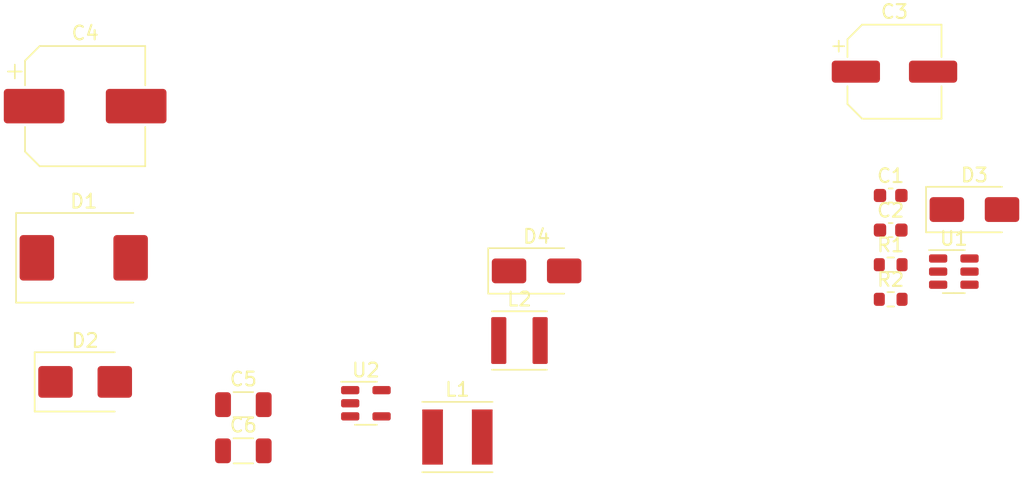
<source format=kicad_pcb>
(kicad_pcb (version 20221018) (generator pcbnew)
  (layers (0 "F.Cu" signal) (31 "B.Cu" signal) (34 "B.Paste" user) (35 "F.Paste" user) (36 "B.SilkS" user "B.Silkscreen") (37 "F.SilkS" user "F.Silkscreen") (38 "B.Mask" user) (39 "F.Mask" user) (44 "Edge.Cuts" user))
  (net 0 "")
  (net 1 "Net-(U1-SW)")
  (net 2 "Net-(U1-BST)")
  (net 3 "+3.3V")
  (net 4 "Net-(U1-FB)")
  (net 5 "GND")
  (net 6 "+12V")
  (net 7 "+30V")
  (net 8 "Net-(D1-A)")
  (net 9 "Net-(D4-A)")
  (net 10 "Net-(U2-FB)")
  (net 11 "+5V")
  (footprint "Diode_SMD:D_SMB" (layer "F.Cu") (at 46 60)
    (fp_text reference "D2" (at 0 -3) (layer "F.SilkS"))
    (fp_text value "SMBJ12A")
    (fp_line (start -3.66 -2.15) (end -3.66 2.15) (stroke (width 0.12)) (layer "F.SilkS"))
    (fp_line (start -3.66 -2.15) (end 2.15 -2.15) (stroke (width 0.12)) (layer "F.SilkS"))
    (fp_line (start -3.66 2.15) (end 2.15 2.15) (stroke (width 0.12)) (layer "F.SilkS"))
    (pad "1" smd roundrect (at -2.15 0) (size 2.5 2.3) (layers "F.Cu" "F.Paste" "F.Mask") (roundrect_rratio 0.1086956522) (net 6 "+12V"))
    (pad "2" smd roundrect (at 2.15 0) (size 2.5 2.3) (layers "F.Cu" "F.Paste" "F.Mask") (roundrect_rratio 0.1086956522) (net 5 "GND"))
  )
  (footprint "Package_TO_SOT_SMD:TSOT-23-6" (layer "F.Cu") (at 109.005 52)
    (fp_text reference "U1" (at 0 -2.4) (layer "F.SilkS"))
    (fp_text value "AP63200WU")
    (fp_line (start 0 -1.56) (end -1.8 -1.56) (stroke (width 0.12)) (layer "F.SilkS"))
    (fp_line (start 0 -1.56) (end 0.8 -1.56) (stroke (width 0.12)) (layer "F.SilkS"))
    (fp_line (start 0 1.56) (end -0.8 1.56) (stroke (width 0.12)) (layer "F.SilkS"))
    (fp_line (start 0 1.56) (end 0.8 1.56) (stroke (width 0.12)) (layer "F.SilkS"))
    (pad "1" smd roundrect (at -1.1375 -0.95) (size 1.325 0.6) (layers "F.Cu" "F.Paste" "F.Mask") (net 4 "Net-(U1-FB)"))
    (pad "2" smd roundrect (at -1.1375 0) (size 1.325 0.6) (layers "F.Cu" "F.Paste" "F.Mask") (net 6 "+12V"))
    (pad "3" smd roundrect (at -1.1375 0.95) (size 1.325 0.6) (layers "F.Cu" "F.Paste" "F.Mask") (net 6 "+12V"))
    (pad "4" smd roundrect (at 1.1375 0.95) (size 1.325 0.6) (layers "F.Cu" "F.Paste" "F.Mask") (net 5 "GND"))
    (pad "5" smd roundrect (at 1.1375 0) (size 1.325 0.6) (layers "F.Cu" "F.Paste" "F.Mask") (net 1 "Net-(U1-SW)"))
    (pad "6" smd roundrect (at 1.1375 -0.95) (size 1.325 0.6) (layers "F.Cu" "F.Paste" "F.Mask") (net 2 "Net-(U1-BST)"))
  )
  (footprint "Resistor_SMD:R_0603_1608Metric" (layer "F.Cu") (at 104.425 51.5)
    (fp_text reference "R1" (at 0 -1.43) (layer "F.SilkS"))
    (fp_text value "220k")
    (fp_line (start -0.237258 -0.5225) (end 0.237258 -0.5225) (stroke (width 0.12)) (layer "F.SilkS"))
    (fp_line (start -0.237258 0.5225) (end 0.237258 0.5225) (stroke (width 0.12)) (layer "F.SilkS"))
    (pad "1" smd roundrect (at -0.825 0) (size 0.8 0.95) (layers "F.Cu" "F.Paste" "F.Mask") (net 3 "+3.3V"))
    (pad "2" smd roundrect (at 0.825 0) (size 0.8 0.95) (layers "F.Cu" "F.Paste" "F.Mask") (net 4 "Net-(U1-FB)"))
  )
  (footprint "Diode_SMD:D_SMA" (layer "F.Cu") (at 78.745 51.95)
    (fp_text reference "D4" (at 0 -2.5) (layer "F.SilkS"))
    (fp_text value "SS36")
    (fp_line (start -3.51 -1.65) (end -3.51 1.65) (stroke (width 0.12)) (layer "F.SilkS"))
    (fp_line (start -3.51 -1.65) (end 2 -1.65) (stroke (width 0.12)) (layer "F.SilkS"))
    (fp_line (start -3.51 1.65) (end 2 1.65) (stroke (width 0.12)) (layer "F.SilkS"))
    (pad "1" smd roundrect (at -2 0) (size 2.5 1.8) (layers "F.Cu" "F.Paste" "F.Mask") (roundrect_rratio 0.1388888889) (net 7 "+30V"))
    (pad "2" smd roundrect (at 2 0) (size 2.5 1.8) (layers "F.Cu" "F.Paste" "F.Mask") (roundrect_rratio 0.1388888889) (net 9 "Net-(D4-A)"))
  )
  (footprint "Capacitor_SMD:C_0603_1608Metric" (layer "F.Cu") (at 104.425 48.99)
    (fp_text reference "C2" (at 0 -1.43) (layer "F.SilkS"))
    (fp_text value "100pF")
    (fp_line (start -0.14058 -0.51) (end 0.14058 -0.51) (stroke (width 0.12)) (layer "F.SilkS"))
    (fp_line (start -0.14058 0.51) (end 0.14058 0.51) (stroke (width 0.12)) (layer "F.SilkS"))
    (pad "1" smd roundrect (at -0.775 0) (size 0.9 0.95) (layers "F.Cu" "F.Paste" "F.Mask") (net 3 "+3.3V"))
    (pad "2" smd roundrect (at 0.775 0) (size 0.9 0.95) (layers "F.Cu" "F.Paste" "F.Mask") (net 4 "Net-(U1-FB)"))
  )
  (footprint "Capacitor_SMD:CP_Elec_8x10.5" (layer "F.Cu") (at 46 40)
    (fp_text reference "C4" (at 0 -5.3) (layer "F.SilkS"))
    (fp_text value "330uF 25V")
    (fp_line (start -5.6 -2.51) (end -4.6 -2.51) (stroke (width 0.12)) (layer "F.SilkS"))
    (fp_line (start -5.1 -3.01) (end -5.1 -2.01) (stroke (width 0.12)) (layer "F.SilkS"))
    (fp_line (start -4.36 -3.295563) (end -4.36 -1.51) (stroke (width 0.12)) (layer "F.SilkS"))
    (fp_line (start -4.36 -3.295563) (end -3.295563 -4.36) (stroke (width 0.12)) (layer "F.SilkS"))
    (fp_line (start -4.36 3.295563) (end -4.36 1.51) (stroke (width 0.12)) (layer "F.SilkS"))
    (fp_line (start -4.36 3.295563) (end -3.295563 4.36) (stroke (width 0.12)) (layer "F.SilkS"))
    (fp_line (start -3.295563 -4.36) (end 4.36 -4.36) (stroke (width 0.12)) (layer "F.SilkS"))
    (fp_line (start -3.295563 4.36) (end 4.36 4.36) (stroke (width 0.12)) (layer "F.SilkS"))
    (fp_line (start 4.36 -4.36) (end 4.36 -1.51) (stroke (width 0.12)) (layer "F.SilkS"))
    (fp_line (start 4.36 4.36) (end 4.36 1.51) (stroke (width 0.12)) (layer "F.SilkS"))
    (pad "1" smd roundrect (at -3.7 0) (size 4.4 2.5) (layers "F.Cu" "F.Paste" "F.Mask") (roundrect_rratio 0.1) (net 6 "+12V"))
    (pad "2" smd roundrect (at 3.7 0) (size 4.4 2.5) (layers "F.Cu" "F.Paste" "F.Mask") (roundrect_rratio 0.1) (net 5 "GND"))
  )
  (footprint "Inductor_SMD:L_Taiyo-Yuden_NR-50xx" (layer "F.Cu") (at 73 64)
    (fp_text reference "L1" (at 0 -3.45) (layer "F.SilkS"))
    (fp_text value "10uH 2A")
    (fp_line (start -2.55 -2.55) (end 2.55 -2.55) (stroke (width 0.12)) (layer "F.SilkS"))
    (fp_line (start -2.55 2.55) (end 2.55 2.55) (stroke (width 0.12)) (layer "F.SilkS"))
    (pad "1" smd rect (at -1.8 0) (size 1.5 4) (layers "F.Cu" "F.Paste" "F.Mask") (net 1 "Net-(U1-SW)"))
    (pad "2" smd rect (at 1.8 0) (size 1.5 4) (layers "F.Cu" "F.Paste" "F.Mask") (net 3 "+3.3V"))
  )
  (footprint "Capacitor_SMD:C_1206_3216Metric" (layer "F.Cu") (at 57.475 61.65)
    (fp_text reference "C5" (at 0 -1.85) (layer "F.SilkS"))
    (fp_text value "10uF 50V")
    (fp_line (start -0.711252 -0.91) (end 0.711252 -0.91) (stroke (width 0.12)) (layer "F.SilkS"))
    (fp_line (start -0.711252 0.91) (end 0.711252 0.91) (stroke (width 0.12)) (layer "F.SilkS"))
    (pad "1" smd roundrect (at -1.475 0) (size 1.15 1.8) (layers "F.Cu" "F.Paste" "F.Mask") (roundrect_rratio 0.217391) (net 5 "GND"))
    (pad "2" smd roundrect (at 1.475 0) (size 1.15 1.8) (layers "F.Cu" "F.Paste" "F.Mask") (roundrect_rratio 0.217391) (net 6 "+12V"))
  )
  (footprint "Capacitor_SMD:CP_Elec_6.3x5.4" (layer "F.Cu") (at 104.7 37.5)
    (fp_text reference "C3" (at 0 -4.35) (layer "F.SilkS"))
    (fp_text value "47uF 35V")
    (fp_line (start -4.4375 -1.8475) (end -3.65 -1.8475) (stroke (width 0.12)) (layer "F.SilkS"))
    (fp_line (start -4.04375 -2.24125) (end -4.04375 -1.45375) (stroke (width 0.12)) (layer "F.SilkS"))
    (fp_line (start -3.41 -2.345563) (end -3.41 -1.06) (stroke (width 0.12)) (layer "F.SilkS"))
    (fp_line (start -3.41 -2.345563) (end -2.345563 -3.41) (stroke (width 0.12)) (layer "F.SilkS"))
    (fp_line (start -3.41 2.345563) (end -3.41 1.06) (stroke (width 0.12)) (layer "F.SilkS"))
    (fp_line (start -3.41 2.345563) (end -2.345563 3.41) (stroke (width 0.12)) (layer "F.SilkS"))
    (fp_line (start -2.345563 -3.41) (end 3.41 -3.41) (stroke (width 0.12)) (layer "F.SilkS"))
    (fp_line (start -2.345563 3.41) (end 3.41 3.41) (stroke (width 0.12)) (layer "F.SilkS"))
    (fp_line (start 3.41 -3.41) (end 3.41 -1.06) (stroke (width 0.12)) (layer "F.SilkS"))
    (fp_line (start 3.41 3.41) (end 3.41 1.06) (stroke (width 0.12)) (layer "F.SilkS"))
    (pad "1" smd roundrect (at -2.8 0) (size 3.5 1.6) (layers "F.Cu" "F.Paste" "F.Mask") (roundrect_rratio 0.15625) (net 3 "+3.3V"))
    (pad "2" smd roundrect (at 2.8 0) (size 3.5 1.6) (layers "F.Cu" "F.Paste" "F.Mask") (roundrect_rratio 0.15625) (net 5 "GND"))
  )
  (footprint "Capacitor_SMD:C_1206_3216Metric" (layer "F.Cu") (at 57.475 65)
    (fp_text reference "C6" (at 0 -1.85) (layer "F.SilkS"))
    (fp_text value "10uF 50V")
    (fp_line (start -0.711252 -0.91) (end 0.711252 -0.91) (stroke (width 0.12)) (layer "F.SilkS"))
    (fp_line (start -0.711252 0.91) (end 0.711252 0.91) (stroke (width 0.12)) (layer "F.SilkS"))
    (pad "1" smd roundrect (at -1.475 0) (size 1.15 1.8) (layers "F.Cu" "F.Paste" "F.Mask") (roundrect_rratio 0.217391) (net 5 "GND"))
    (pad "2" smd roundrect (at 1.475 0) (size 1.15 1.8) (layers "F.Cu" "F.Paste" "F.Mask") (roundrect_rratio 0.217391) (net 7 "+30V"))
  )
  (footprint "Package_TO_SOT_SMD:SOT-23-5" (layer "F.Cu") (at 66.3625 61.55)
    (fp_text reference "U2" (at 0 -2.4) (layer "F.SilkS"))
    (fp_text value "LGS6302")
    (fp_line (start 0 -1.56) (end -1.8 -1.56) (stroke (width 0.12)) (layer "F.SilkS"))
    (fp_line (start 0 -1.56) (end 0.8 -1.56) (stroke (width 0.12)) (layer "F.SilkS"))
    (fp_line (start 0 1.56) (end -0.8 1.56) (stroke (width 0.12)) (layer "F.SilkS"))
    (fp_line (start 0 1.56) (end 0.8 1.56) (stroke (width 0.12)) (layer "F.SilkS"))
    (pad "1" smd roundrect (at -1.1375 -0.95) (size 1.325 0.6) (layers "F.Cu" "F.Paste" "F.Mask") (net 9 "Net-(D4-A)"))
    (pad "2" smd roundrect (at -1.1375 0) (size 1.325 0.6) (layers "F.Cu" "F.Paste" "F.Mask") (net 5 "GND"))
    (pad "3" smd roundrect (at -1.1375 0.95) (size 1.325 0.6) (layers "F.Cu" "F.Paste" "F.Mask") (net 10 "Net-(U2-FB)"))
    (pad "4" smd roundrect (at 1.1375 0.95) (size 1.325 0.6) (layers "F.Cu" "F.Paste" "F.Mask") (net 11 "+5V"))
    (pad "5" smd roundrect (at 1.1375 -0.95) (size 1.325 0.6) (layers "F.Cu" "F.Paste" "F.Mask") (net 6 "+12V"))
  )
  (footprint "Resistor_SMD:R_0603_1608Metric" (layer "F.Cu") (at 104.425 54.01)
    (fp_text reference "R2" (at 0 -1.43) (layer "F.SilkS"))
    (fp_text value "68k")
    (fp_line (start -0.237258 -0.5225) (end 0.237258 -0.5225) (stroke (width 0.12)) (layer "F.SilkS"))
    (fp_line (start -0.237258 0.5225) (end 0.237258 0.5225) (stroke (width 0.12)) (layer "F.SilkS"))
    (pad "1" smd roundrect (at -0.825 0) (size 0.8 0.95) (layers "F.Cu" "F.Paste" "F.Mask") (net 4 "Net-(U1-FB)"))
    (pad "2" smd roundrect (at 0.825 0) (size 0.8 0.95) (layers "F.Cu" "F.Paste" "F.Mask") (net 5 "GND"))
  )
  (footprint "Inductor_SMD:L_Abracon_ASPI-4030S" (layer "F.Cu") (at 77.5 57)
    (fp_text reference "L2" (at 0 -3) (layer "F.SilkS"))
    (fp_text value "4.7uH 2A")
    (fp_line (start -1.99 -2.12) (end 1.99 -2.12) (stroke (width 0.12)) (layer "F.SilkS"))
    (fp_line (start -1.99 2.12) (end 1.99 2.12) (stroke (width 0.12)) (layer "F.SilkS"))
    (pad "1" smd roundrect (at -1.5 0) (size 1.1 3.4) (layers "F.Cu" "F.Paste" "F.Mask") (roundrect_rratio 0.1) (net 6 "+12V"))
    (pad "2" smd roundrect (at 1.5 0) (size 1.1 3.4) (layers "F.Cu" "F.Paste" "F.Mask") (roundrect_rratio 0.1) (net 9 "Net-(D4-A)"))
  )
  (footprint "Diode_SMD:D_SMC" (layer "F.Cu") (at 45.9 51)
    (fp_text reference "D1" (at 0 -4.1) (layer "F.SilkS"))
    (fp_text value "SS84C")
    (fp_line (start -4.91 -3.25) (end 3.6 -3.25) (stroke (width 0.12)) (layer "F.SilkS"))
    (fp_line (start -4.91 3.25) (end -4.91 -3.25) (stroke (width 0.12)) (layer "F.SilkS"))
    (fp_line (start -4.91 3.25) (end 3.6 3.25) (stroke (width 0.12)) (layer "F.SilkS"))
    (pad "1" smd roundrect (at -3.4 0 90) (size 3.3 2.5) (layers "F.Cu" "F.Paste" "F.Mask") (roundrect_rratio 0.1) (net 6 "+12V"))
    (pad "2" smd roundrect (at 3.4 0 90) (size 3.3 2.5) (layers "F.Cu" "F.Paste" "F.Mask") (roundrect_rratio 0.1) (net 8 "Net-(D1-A)"))
  )
  (footprint "Capacitor_SMD:C_0603_1608Metric" (layer "F.Cu") (at 104.425 46.48)
    (fp_text reference "C1" (at 0 -1.43) (layer "F.SilkS"))
    (fp_text value "100nF")
    (fp_line (start -0.14058 -0.51) (end 0.14058 -0.51) (stroke (width 0.12)) (layer "F.SilkS"))
    (fp_line (start -0.14058 0.51) (end 0.14058 0.51) (stroke (width 0.12)) (layer "F.SilkS"))
    (pad "1" smd roundrect (at -0.775 0) (size 0.9 0.95) (layers "F.Cu" "F.Paste" "F.Mask") (net 1 "Net-(U1-SW)"))
    (pad "2" smd roundrect (at 0.775 0) (size 0.9 0.95) (layers "F.Cu" "F.Paste" "F.Mask") (net 2 "Net-(U1-BST)"))
  )
  (footprint "Diode_SMD:D_SMA" (layer "F.Cu") (at 110.5 47.5)
    (fp_text reference "D3" (at 0 -2.5) (layer "F.SilkS"))
    (fp_text value "SMAJ3.3A")
    (fp_line (start -3.51 -1.65) (end -3.51 1.65) (stroke (width 0.12)) (layer "F.SilkS"))
    (fp_line (start -3.51 -1.65) (end 2 -1.65) (stroke (width 0.12)) (layer "F.SilkS"))
    (fp_line (start -3.51 1.65) (end 2 1.65) (stroke (width 0.12)) (layer "F.SilkS"))
    (pad "1" smd roundrect (at -2 0) (size 2.5 1.8) (layers "F.Cu" "F.Paste" "F.Mask") (roundrect_rratio 0.1388888889) (net 3 "+3.3V"))
    (pad "2" smd roundrect (at 2 0) (size 2.5 1.8) (layers "F.Cu" "F.Paste" "F.Mask") (roundrect_rratio 0.1388888889) (net 5 "GND"))
  )
)
</source>
